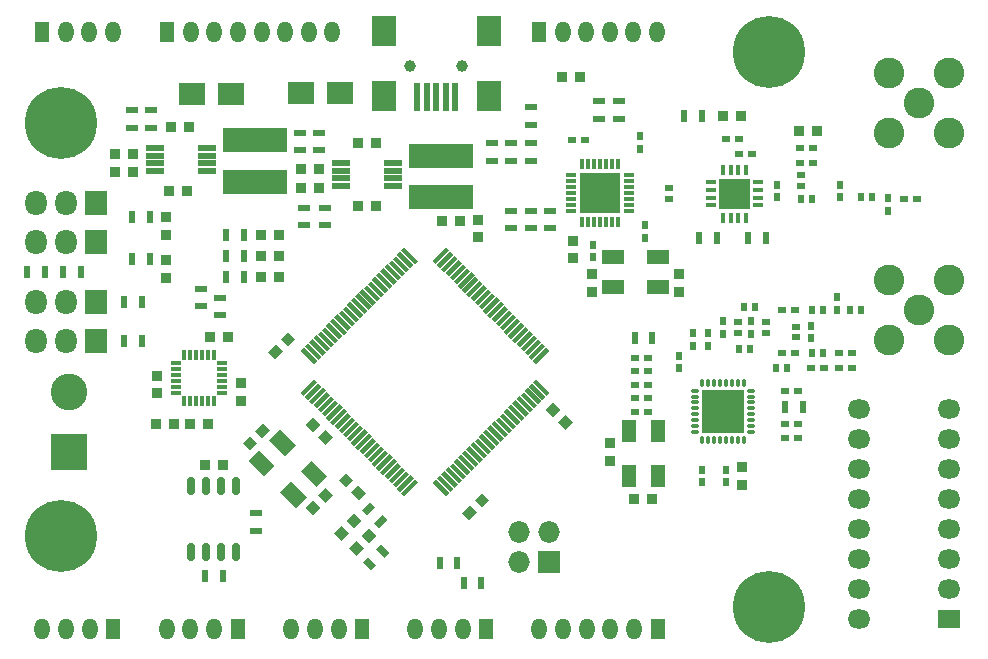
<source format=gts>
G04 #@! TF.FileFunction,Soldermask,Top*
%FSLAX46Y46*%
G04 Gerber Fmt 4.6, Leading zero omitted, Abs format (unit mm)*
G04 Created by KiCad (PCBNEW (2015-09-15 BZR 6201)-product) date tor 18 feb 2016 10:56:40*
%MOMM*%
G01*
G04 APERTURE LIST*
%ADD10C,0.100000*%
%ADD11O,0.351600X0.801600*%
%ADD12O,0.801600X0.351600*%
%ADD13R,1.826600X1.826600*%
%ADD14O,0.951600X0.401600*%
%ADD15O,0.401600X0.951600*%
%ADD16C,6.101600*%
%ADD17R,0.851600X0.901600*%
%ADD18R,0.901600X0.851600*%
%ADD19R,0.701600X0.601600*%
%ADD20R,0.601600X0.701600*%
%ADD21R,2.250440X1.902460*%
%ADD22R,0.899160X0.899160*%
%ADD23R,0.701600X0.501600*%
%ADD24R,0.501600X0.701600*%
%ADD25R,0.601600X1.001600*%
%ADD26R,5.397500X2.100580*%
%ADD27R,1.300480X1.800860*%
%ADD28O,1.300480X1.800860*%
%ADD29R,0.601980X2.402840*%
%ADD30R,2.100580X2.600960*%
%ADD31C,1.000760*%
%ADD32R,1.828800X2.133600*%
%ADD33O,1.828800X2.133600*%
%ADD34R,1.828800X1.828800*%
%ADD35O,1.828800X1.828800*%
%ADD36R,1.001600X0.601600*%
%ADD37R,1.925600X1.625600*%
%ADD38O,1.925600X1.625600*%
%ADD39R,1.776600X1.776600*%
%ADD40R,0.901600X0.451600*%
%ADD41R,0.451600X0.901600*%
%ADD42R,1.351600X1.351600*%
%ADD43R,1.551600X0.551600*%
%ADD44O,0.711200X1.574800*%
%ADD45R,3.101340X3.101340*%
%ADD46C,3.101340*%
%ADD47R,1.902460X1.300480*%
%ADD48R,1.300480X1.902460*%
%ADD49C,2.601600*%
G04 APERTURE END LIST*
D10*
D11*
X160838000Y-108813000D03*
X161338000Y-108813000D03*
X161838000Y-108813000D03*
X162338000Y-108813000D03*
X162838000Y-108813000D03*
X163338000Y-108813000D03*
X163838000Y-108813000D03*
X164338000Y-108813000D03*
D12*
X164988000Y-108163000D03*
X164988000Y-107663000D03*
X164988000Y-107163000D03*
X164988000Y-106663000D03*
X164988000Y-106163000D03*
X164988000Y-105663000D03*
X164988000Y-105163000D03*
X164988000Y-104663000D03*
D11*
X164338000Y-104013000D03*
X163838000Y-104013000D03*
X163338000Y-104013000D03*
X162838000Y-104013000D03*
X162338000Y-104013000D03*
X161838000Y-104013000D03*
X161338000Y-104013000D03*
X160838000Y-104013000D03*
D12*
X160188000Y-104663000D03*
X160188000Y-105163000D03*
X160188000Y-105663000D03*
X160188000Y-106163000D03*
X160188000Y-106663000D03*
X160188000Y-107163000D03*
X160188000Y-107663000D03*
X160188000Y-108163000D03*
D13*
X163450500Y-105550500D03*
X161725500Y-105550500D03*
X163450500Y-107275500D03*
X161725500Y-107275500D03*
D14*
X116252000Y-102331000D03*
X116252000Y-102831000D03*
X116252000Y-103331000D03*
X116252000Y-103831000D03*
X116252000Y-104331000D03*
X116252000Y-104831000D03*
D15*
X116952000Y-105531000D03*
X117452000Y-105531000D03*
X117952000Y-105531000D03*
X118452000Y-105531000D03*
X118952000Y-105531000D03*
X119452000Y-105531000D03*
D14*
X120152000Y-104831000D03*
X120152000Y-104331000D03*
X120152000Y-103831000D03*
X120152000Y-103331000D03*
X120152000Y-102831000D03*
X120152000Y-102331000D03*
D15*
X119452000Y-101631000D03*
X118952000Y-101631000D03*
X118452000Y-101631000D03*
X117952000Y-101631000D03*
X117452000Y-101631000D03*
X116952000Y-101631000D03*
D16*
X166500000Y-76000000D03*
X106500000Y-82000000D03*
X106500000Y-117000000D03*
D10*
G36*
X122514992Y-109735180D02*
X121912820Y-109133008D01*
X122550348Y-108495480D01*
X123152520Y-109097652D01*
X122514992Y-109735180D01*
X122514992Y-109735180D01*
G37*
G36*
X123575652Y-108674520D02*
X122973480Y-108072348D01*
X123611008Y-107434820D01*
X124213180Y-108036992D01*
X123575652Y-108674520D01*
X123575652Y-108674520D01*
G37*
G36*
X149867180Y-107355008D02*
X149265008Y-107957180D01*
X148627480Y-107319652D01*
X149229652Y-106717480D01*
X149867180Y-107355008D01*
X149867180Y-107355008D01*
G37*
G36*
X148806520Y-106294348D02*
X148204348Y-106896520D01*
X147566820Y-106258992D01*
X148168992Y-105656820D01*
X148806520Y-106294348D01*
X148806520Y-106294348D01*
G37*
D17*
X141859000Y-90182000D03*
X141859000Y-91682000D03*
D10*
G36*
X128922678Y-112895820D02*
X129524850Y-113497992D01*
X128887322Y-114135520D01*
X128285150Y-113533348D01*
X128922678Y-112895820D01*
X128922678Y-112895820D01*
G37*
G36*
X127862018Y-113956480D02*
X128464190Y-114558652D01*
X127826662Y-115196180D01*
X127224490Y-114594008D01*
X127862018Y-113956480D01*
X127862018Y-113956480D01*
G37*
D18*
X150471000Y-78105000D03*
X148971000Y-78105000D03*
D10*
G36*
X131358008Y-115054820D02*
X131960180Y-115656992D01*
X131322652Y-116294520D01*
X130720480Y-115692348D01*
X131358008Y-115054820D01*
X131358008Y-115054820D01*
G37*
G36*
X130297348Y-116115480D02*
X130899520Y-116717652D01*
X130261992Y-117355180D01*
X129659820Y-116753008D01*
X130297348Y-116115480D01*
X130297348Y-116115480D01*
G37*
G36*
X131531992Y-118625180D02*
X130929820Y-118023008D01*
X131567348Y-117385480D01*
X132169520Y-117987652D01*
X131531992Y-118625180D01*
X131531992Y-118625180D01*
G37*
G36*
X132592652Y-117564520D02*
X131990480Y-116962348D01*
X132628008Y-116324820D01*
X133230180Y-116926992D01*
X132592652Y-117564520D01*
X132592652Y-117564520D01*
G37*
G36*
X132341180Y-113324008D02*
X131739008Y-113926180D01*
X131101480Y-113288652D01*
X131703652Y-112686480D01*
X132341180Y-113324008D01*
X132341180Y-113324008D01*
G37*
G36*
X131280520Y-112263348D02*
X130678348Y-112865520D01*
X130040820Y-112227992D01*
X130642992Y-111625820D01*
X131280520Y-112263348D01*
X131280520Y-112263348D01*
G37*
G36*
X129547180Y-108625008D02*
X128945008Y-109227180D01*
X128307480Y-108589652D01*
X128909652Y-107987480D01*
X129547180Y-108625008D01*
X129547180Y-108625008D01*
G37*
G36*
X128486520Y-107564348D02*
X127884348Y-108166520D01*
X127246820Y-107528992D01*
X127848992Y-106926820D01*
X128486520Y-107564348D01*
X128486520Y-107564348D01*
G37*
G36*
X125770008Y-99687820D02*
X126372180Y-100289992D01*
X125734652Y-100927520D01*
X125132480Y-100325348D01*
X125770008Y-99687820D01*
X125770008Y-99687820D01*
G37*
G36*
X124709348Y-100748480D02*
X125311520Y-101350652D01*
X124673992Y-101988180D01*
X124071820Y-101386008D01*
X124709348Y-100748480D01*
X124709348Y-100748480D01*
G37*
D18*
X140323000Y-90297000D03*
X138823000Y-90297000D03*
D10*
G36*
X141079322Y-115599510D02*
X140477150Y-114997338D01*
X141114678Y-114359810D01*
X141716850Y-114961982D01*
X141079322Y-115599510D01*
X141079322Y-115599510D01*
G37*
G36*
X142139982Y-114538850D02*
X141537810Y-113936678D01*
X142175338Y-113299150D01*
X142777510Y-113901322D01*
X142139982Y-114538850D01*
X142139982Y-114538850D01*
G37*
D19*
X149754500Y-83439000D03*
X150854500Y-83439000D03*
D20*
X151574500Y-93387000D03*
X151574500Y-92287000D03*
X155956000Y-91736000D03*
X155956000Y-90636000D03*
D17*
X151511000Y-96317500D03*
X151511000Y-94817500D03*
D20*
X155511500Y-83079500D03*
X155511500Y-84179500D03*
D17*
X158877000Y-94817500D03*
X158877000Y-96317500D03*
X149860000Y-93460000D03*
X149860000Y-91960000D03*
D18*
X170549000Y-82677000D03*
X169049000Y-82677000D03*
D19*
X170222000Y-84074000D03*
X169122000Y-84074000D03*
X170222000Y-85344000D03*
X169122000Y-85344000D03*
D20*
X167132000Y-87207000D03*
X167132000Y-88307000D03*
X172466000Y-87207000D03*
X172466000Y-88307000D03*
D19*
X177885000Y-88392000D03*
X178985000Y-88392000D03*
D20*
X176530000Y-89450000D03*
X176530000Y-88350000D03*
X160782000Y-111337000D03*
X160782000Y-112437000D03*
X162814000Y-111337000D03*
X162814000Y-112437000D03*
D17*
X164211000Y-112637000D03*
X164211000Y-111137000D03*
X153035000Y-110605000D03*
X153035000Y-109105000D03*
D18*
X155079000Y-113792000D03*
X156579000Y-113792000D03*
D19*
X155152000Y-106426000D03*
X156252000Y-106426000D03*
X167852000Y-108648500D03*
X168952000Y-108648500D03*
X155152000Y-104140000D03*
X156252000Y-104140000D03*
X167852000Y-107442000D03*
X168952000Y-107442000D03*
X156252000Y-105283000D03*
X155152000Y-105283000D03*
X167852000Y-104648000D03*
X168952000Y-104648000D03*
X156252000Y-101854000D03*
X155152000Y-101854000D03*
X156252000Y-102997000D03*
X155152000Y-102997000D03*
D20*
X158877000Y-102785000D03*
X158877000Y-101685000D03*
X160020000Y-100880000D03*
X160020000Y-99780000D03*
D19*
X172424000Y-101473000D03*
X173524000Y-101473000D03*
D20*
X161290000Y-100880000D03*
X161290000Y-99780000D03*
D19*
X168698000Y-101473000D03*
X167598000Y-101473000D03*
X170011000Y-102743000D03*
X171111000Y-102743000D03*
X172424000Y-102743000D03*
X173524000Y-102743000D03*
D20*
X170053000Y-99145000D03*
X170053000Y-100245000D03*
X164973000Y-98764000D03*
X164973000Y-99864000D03*
X162560000Y-98764000D03*
X162560000Y-99864000D03*
D19*
X167598000Y-97790000D03*
X168698000Y-97790000D03*
D20*
X172212000Y-97832000D03*
X172212000Y-96732000D03*
D18*
X112637000Y-86106000D03*
X111137000Y-86106000D03*
X112637000Y-84582000D03*
X111137000Y-84582000D03*
X115709000Y-87757000D03*
X117209000Y-87757000D03*
X117336000Y-82296000D03*
X115836000Y-82296000D03*
D21*
X117627400Y-79502000D03*
X120878600Y-79502000D03*
D18*
X128385000Y-87503000D03*
X126885000Y-87503000D03*
X128385000Y-85852000D03*
X126885000Y-85852000D03*
X131711000Y-89027000D03*
X133211000Y-89027000D03*
X133211000Y-83693000D03*
X131711000Y-83693000D03*
D17*
X115443000Y-93611000D03*
X115443000Y-95111000D03*
X115443000Y-89940000D03*
X115443000Y-91440000D03*
D18*
X118735911Y-110940552D03*
X120235911Y-110940552D03*
X118987000Y-107442000D03*
X117487000Y-107442000D03*
X119138000Y-100076000D03*
X120638000Y-100076000D03*
D17*
X114681000Y-104890000D03*
X114681000Y-103390000D03*
D18*
X114566000Y-107442000D03*
X116066000Y-107442000D03*
D17*
X121793000Y-104025000D03*
X121793000Y-105525000D03*
D21*
X126874400Y-79500000D03*
X130125600Y-79500000D03*
D22*
X124942600Y-93281500D03*
X123444000Y-93281500D03*
X124968000Y-95059500D03*
X123469400Y-95059500D03*
D10*
G36*
X132811761Y-119864477D02*
X132103523Y-119156239D01*
X132528919Y-118730843D01*
X133237157Y-119439081D01*
X132811761Y-119864477D01*
X132811761Y-119864477D01*
G37*
G36*
X133872421Y-118803817D02*
X133164183Y-118095579D01*
X133589579Y-117670183D01*
X134297817Y-118378421D01*
X133872421Y-118803817D01*
X133872421Y-118803817D01*
G37*
D23*
X169164000Y-87318000D03*
X169164000Y-86418000D03*
D24*
X169222000Y-88392000D03*
X170122000Y-88392000D03*
X174302000Y-88265000D03*
X175202000Y-88265000D03*
X167063000Y-102743000D03*
X167963000Y-102743000D03*
X163946000Y-101092000D03*
X164846000Y-101092000D03*
D23*
X168783000Y-99245000D03*
X168783000Y-100145000D03*
D25*
X156591000Y-100203000D03*
X155091000Y-100203000D03*
D23*
X163830000Y-98864000D03*
X163830000Y-99764000D03*
X166243000Y-98864000D03*
X166243000Y-99764000D03*
D24*
X171011000Y-97790000D03*
X170111000Y-97790000D03*
X164396000Y-97536000D03*
X165296000Y-97536000D03*
X174249500Y-97790000D03*
X173349500Y-97790000D03*
D26*
X122936000Y-83469480D03*
X122936000Y-86964520D03*
D23*
X157988000Y-87492000D03*
X157988000Y-88392000D03*
D26*
X138684000Y-84752480D03*
X138684000Y-88247520D03*
D27*
X104932480Y-74295000D03*
D28*
X108935520Y-74295000D03*
X106934000Y-74295000D03*
X110934500Y-74295000D03*
D29*
X139900300Y-79776320D03*
X139100200Y-79776320D03*
X138300100Y-79776320D03*
X137500000Y-79776320D03*
X136699900Y-79776320D03*
D30*
X142750180Y-79677260D03*
X142750180Y-74178160D03*
X133850020Y-79677260D03*
X133850020Y-74178160D03*
D31*
X140499740Y-77177900D03*
X136100460Y-77177900D03*
D27*
X142527020Y-124841000D03*
D28*
X138523980Y-124841000D03*
X140525500Y-124841000D03*
X136525000Y-124841000D03*
D27*
X132034280Y-124841000D03*
D28*
X128031240Y-124841000D03*
X130032760Y-124841000D03*
X126032260Y-124841000D03*
X127508000Y-74295000D03*
X125509020Y-74295000D03*
X123507500Y-74295000D03*
D27*
X115501420Y-74295000D03*
D28*
X119504460Y-74295000D03*
X117502940Y-74295000D03*
X121503440Y-74295000D03*
X129506980Y-74295000D03*
D27*
X146994940Y-74295000D03*
D28*
X150997980Y-74295000D03*
X148996460Y-74295000D03*
X152996960Y-74295000D03*
X154998480Y-74295000D03*
X157000000Y-74295000D03*
D27*
X157038040Y-124841000D03*
D28*
X153035000Y-124841000D03*
X155036520Y-124841000D03*
X151036020Y-124841000D03*
X149034500Y-124841000D03*
X147032980Y-124841000D03*
D27*
X121493280Y-124841000D03*
D28*
X117490240Y-124841000D03*
X119491760Y-124841000D03*
X115491260Y-124841000D03*
D27*
X110952280Y-124841000D03*
D28*
X106949240Y-124841000D03*
X108950760Y-124841000D03*
X104950260Y-124841000D03*
D32*
X109474000Y-100457000D03*
D33*
X106934000Y-100457000D03*
X104394000Y-100457000D03*
D32*
X109474000Y-97155000D03*
D33*
X106934000Y-97155000D03*
X104394000Y-97155000D03*
D32*
X109474000Y-92075000D03*
D33*
X106934000Y-92075000D03*
X104394000Y-92075000D03*
D32*
X109474000Y-88773000D03*
D33*
X106934000Y-88773000D03*
X104394000Y-88773000D03*
D34*
X147828000Y-119189500D03*
D35*
X145288000Y-119189500D03*
X147828000Y-116649500D03*
X145288000Y-116649500D03*
D25*
X122023000Y-93281500D03*
X120523000Y-93281500D03*
X122023000Y-95059500D03*
X120523000Y-95059500D03*
D10*
G36*
X134193147Y-115577909D02*
X133484909Y-116286147D01*
X133059513Y-115860751D01*
X133767751Y-115152513D01*
X134193147Y-115577909D01*
X134193147Y-115577909D01*
G37*
G36*
X133132487Y-114517249D02*
X132424249Y-115225487D01*
X131998853Y-114800091D01*
X132707091Y-114091853D01*
X133132487Y-114517249D01*
X133132487Y-114517249D01*
G37*
D36*
X152082500Y-80149000D03*
X152082500Y-81649000D03*
X153733500Y-81649000D03*
X153733500Y-80149000D03*
D25*
X162040000Y-91694000D03*
X160540000Y-91694000D03*
D36*
X144653000Y-89420000D03*
X144653000Y-90920000D03*
D25*
X164731000Y-91694000D03*
X166231000Y-91694000D03*
D36*
X146304000Y-89420000D03*
X146304000Y-90920000D03*
X147955000Y-89420000D03*
X147955000Y-90920000D03*
D25*
X167842500Y-106045000D03*
X169342500Y-106045000D03*
D24*
X170111000Y-101473000D03*
X171011000Y-101473000D03*
D36*
X112522000Y-82411000D03*
X112522000Y-80911000D03*
X114173000Y-80911000D03*
X114173000Y-82411000D03*
D25*
X105156000Y-94615000D03*
X103656000Y-94615000D03*
X108192000Y-94615000D03*
X106692000Y-94615000D03*
X112534000Y-93472000D03*
X114034000Y-93472000D03*
X112534000Y-89916000D03*
X114034000Y-89916000D03*
X120235911Y-120338552D03*
X118735911Y-120338552D03*
D36*
X123041911Y-116516552D03*
X123041911Y-115016552D03*
X146304000Y-85189000D03*
X146304000Y-83689000D03*
X144653000Y-85177000D03*
X144653000Y-83677000D03*
X143002000Y-85177000D03*
X143002000Y-83677000D03*
D25*
X140081000Y-119253000D03*
X138581000Y-119253000D03*
X142113000Y-120904000D03*
X140613000Y-120904000D03*
D36*
X118364000Y-97524000D03*
X118364000Y-96024000D03*
X120015000Y-98286000D03*
X120015000Y-96786000D03*
X127127000Y-89166000D03*
X127127000Y-90666000D03*
X128905000Y-89166000D03*
X128905000Y-90666000D03*
X128397000Y-84316000D03*
X128397000Y-82816000D03*
X126746000Y-82816000D03*
X126746000Y-84316000D03*
D37*
X181737000Y-123952000D03*
D38*
X174117000Y-123952000D03*
X181737000Y-121412000D03*
X174117000Y-121412000D03*
X181737000Y-118872000D03*
X174117000Y-118872000D03*
X181737000Y-116332000D03*
X174117000Y-116332000D03*
X181737000Y-113792000D03*
X174117000Y-113792000D03*
X181737000Y-111252000D03*
X174117000Y-111252000D03*
X181737000Y-108712000D03*
X174117000Y-108712000D03*
X181737000Y-106172000D03*
X174117000Y-106172000D03*
D10*
G36*
X127111077Y-105088187D02*
X126841245Y-104818355D01*
X127973747Y-103685853D01*
X128243579Y-103955685D01*
X127111077Y-105088187D01*
X127111077Y-105088187D01*
G37*
G36*
X127464630Y-105441740D02*
X127194798Y-105171908D01*
X128327300Y-104039406D01*
X128597132Y-104309238D01*
X127464630Y-105441740D01*
X127464630Y-105441740D01*
G37*
G36*
X127818184Y-105795294D02*
X127548352Y-105525462D01*
X128680854Y-104392960D01*
X128950686Y-104662792D01*
X127818184Y-105795294D01*
X127818184Y-105795294D01*
G37*
G36*
X128171737Y-106148847D02*
X127901905Y-105879015D01*
X129034407Y-104746513D01*
X129304239Y-105016345D01*
X128171737Y-106148847D01*
X128171737Y-106148847D01*
G37*
G36*
X128525290Y-106502400D02*
X128255458Y-106232568D01*
X129387960Y-105100066D01*
X129657792Y-105369898D01*
X128525290Y-106502400D01*
X128525290Y-106502400D01*
G37*
G36*
X128878844Y-106855954D02*
X128609012Y-106586122D01*
X129741514Y-105453620D01*
X130011346Y-105723452D01*
X128878844Y-106855954D01*
X128878844Y-106855954D01*
G37*
G36*
X129232397Y-107209507D02*
X128962565Y-106939675D01*
X130095067Y-105807173D01*
X130364899Y-106077005D01*
X129232397Y-107209507D01*
X129232397Y-107209507D01*
G37*
G36*
X129585950Y-107563061D02*
X129316118Y-107293229D01*
X130448620Y-106160727D01*
X130718452Y-106430559D01*
X129585950Y-107563061D01*
X129585950Y-107563061D01*
G37*
G36*
X129939504Y-107916614D02*
X129669672Y-107646782D01*
X130802174Y-106514280D01*
X131072006Y-106784112D01*
X129939504Y-107916614D01*
X129939504Y-107916614D01*
G37*
G36*
X130293057Y-108270167D02*
X130023225Y-108000335D01*
X131155727Y-106867833D01*
X131425559Y-107137665D01*
X130293057Y-108270167D01*
X130293057Y-108270167D01*
G37*
G36*
X130646611Y-108623721D02*
X130376779Y-108353889D01*
X131509281Y-107221387D01*
X131779113Y-107491219D01*
X130646611Y-108623721D01*
X130646611Y-108623721D01*
G37*
G36*
X131000164Y-108977274D02*
X130730332Y-108707442D01*
X131862834Y-107574940D01*
X132132666Y-107844772D01*
X131000164Y-108977274D01*
X131000164Y-108977274D01*
G37*
G36*
X131353717Y-109330828D02*
X131083885Y-109060996D01*
X132216387Y-107928494D01*
X132486219Y-108198326D01*
X131353717Y-109330828D01*
X131353717Y-109330828D01*
G37*
G36*
X131707271Y-109684381D02*
X131437439Y-109414549D01*
X132569941Y-108282047D01*
X132839773Y-108551879D01*
X131707271Y-109684381D01*
X131707271Y-109684381D01*
G37*
G36*
X132060824Y-110037934D02*
X131790992Y-109768102D01*
X132923494Y-108635600D01*
X133193326Y-108905432D01*
X132060824Y-110037934D01*
X132060824Y-110037934D01*
G37*
G36*
X132414378Y-110391488D02*
X132144546Y-110121656D01*
X133277048Y-108989154D01*
X133546880Y-109258986D01*
X132414378Y-110391488D01*
X132414378Y-110391488D01*
G37*
G36*
X132767931Y-110745041D02*
X132498099Y-110475209D01*
X133630601Y-109342707D01*
X133900433Y-109612539D01*
X132767931Y-110745041D01*
X132767931Y-110745041D01*
G37*
G36*
X133121484Y-111098595D02*
X132851652Y-110828763D01*
X133984154Y-109696261D01*
X134253986Y-109966093D01*
X133121484Y-111098595D01*
X133121484Y-111098595D01*
G37*
G36*
X133475038Y-111452148D02*
X133205206Y-111182316D01*
X134337708Y-110049814D01*
X134607540Y-110319646D01*
X133475038Y-111452148D01*
X133475038Y-111452148D01*
G37*
G36*
X133828591Y-111805701D02*
X133558759Y-111535869D01*
X134691261Y-110403367D01*
X134961093Y-110673199D01*
X133828591Y-111805701D01*
X133828591Y-111805701D01*
G37*
G36*
X134182145Y-112159255D02*
X133912313Y-111889423D01*
X135044815Y-110756921D01*
X135314647Y-111026753D01*
X134182145Y-112159255D01*
X134182145Y-112159255D01*
G37*
G36*
X134535698Y-112512808D02*
X134265866Y-112242976D01*
X135398368Y-111110474D01*
X135668200Y-111380306D01*
X134535698Y-112512808D01*
X134535698Y-112512808D01*
G37*
G36*
X134889251Y-112866361D02*
X134619419Y-112596529D01*
X135751921Y-111464027D01*
X136021753Y-111733859D01*
X134889251Y-112866361D01*
X134889251Y-112866361D01*
G37*
G36*
X135242805Y-113219915D02*
X134972973Y-112950083D01*
X136105475Y-111817581D01*
X136375307Y-112087413D01*
X135242805Y-113219915D01*
X135242805Y-113219915D01*
G37*
G36*
X135596358Y-113573468D02*
X135326526Y-113303636D01*
X136459028Y-112171134D01*
X136728860Y-112440966D01*
X135596358Y-113573468D01*
X135596358Y-113573468D01*
G37*
G36*
X139415866Y-113303636D02*
X139146034Y-113573468D01*
X138013532Y-112440966D01*
X138283364Y-112171134D01*
X139415866Y-113303636D01*
X139415866Y-113303636D01*
G37*
G36*
X139769419Y-112950083D02*
X139499587Y-113219915D01*
X138367085Y-112087413D01*
X138636917Y-111817581D01*
X139769419Y-112950083D01*
X139769419Y-112950083D01*
G37*
G36*
X140122973Y-112596529D02*
X139853141Y-112866361D01*
X138720639Y-111733859D01*
X138990471Y-111464027D01*
X140122973Y-112596529D01*
X140122973Y-112596529D01*
G37*
G36*
X140476526Y-112242976D02*
X140206694Y-112512808D01*
X139074192Y-111380306D01*
X139344024Y-111110474D01*
X140476526Y-112242976D01*
X140476526Y-112242976D01*
G37*
G36*
X140830079Y-111889423D02*
X140560247Y-112159255D01*
X139427745Y-111026753D01*
X139697577Y-110756921D01*
X140830079Y-111889423D01*
X140830079Y-111889423D01*
G37*
G36*
X141183633Y-111535869D02*
X140913801Y-111805701D01*
X139781299Y-110673199D01*
X140051131Y-110403367D01*
X141183633Y-111535869D01*
X141183633Y-111535869D01*
G37*
G36*
X141537186Y-111182316D02*
X141267354Y-111452148D01*
X140134852Y-110319646D01*
X140404684Y-110049814D01*
X141537186Y-111182316D01*
X141537186Y-111182316D01*
G37*
G36*
X141890740Y-110828763D02*
X141620908Y-111098595D01*
X140488406Y-109966093D01*
X140758238Y-109696261D01*
X141890740Y-110828763D01*
X141890740Y-110828763D01*
G37*
G36*
X142244293Y-110475209D02*
X141974461Y-110745041D01*
X140841959Y-109612539D01*
X141111791Y-109342707D01*
X142244293Y-110475209D01*
X142244293Y-110475209D01*
G37*
G36*
X142597846Y-110121656D02*
X142328014Y-110391488D01*
X141195512Y-109258986D01*
X141465344Y-108989154D01*
X142597846Y-110121656D01*
X142597846Y-110121656D01*
G37*
G36*
X142951400Y-109768102D02*
X142681568Y-110037934D01*
X141549066Y-108905432D01*
X141818898Y-108635600D01*
X142951400Y-109768102D01*
X142951400Y-109768102D01*
G37*
G36*
X143304953Y-109414549D02*
X143035121Y-109684381D01*
X141902619Y-108551879D01*
X142172451Y-108282047D01*
X143304953Y-109414549D01*
X143304953Y-109414549D01*
G37*
G36*
X143658507Y-109060996D02*
X143388675Y-109330828D01*
X142256173Y-108198326D01*
X142526005Y-107928494D01*
X143658507Y-109060996D01*
X143658507Y-109060996D01*
G37*
G36*
X144012060Y-108707442D02*
X143742228Y-108977274D01*
X142609726Y-107844772D01*
X142879558Y-107574940D01*
X144012060Y-108707442D01*
X144012060Y-108707442D01*
G37*
G36*
X144365613Y-108353889D02*
X144095781Y-108623721D01*
X142963279Y-107491219D01*
X143233111Y-107221387D01*
X144365613Y-108353889D01*
X144365613Y-108353889D01*
G37*
G36*
X144719167Y-108000335D02*
X144449335Y-108270167D01*
X143316833Y-107137665D01*
X143586665Y-106867833D01*
X144719167Y-108000335D01*
X144719167Y-108000335D01*
G37*
G36*
X145072720Y-107646782D02*
X144802888Y-107916614D01*
X143670386Y-106784112D01*
X143940218Y-106514280D01*
X145072720Y-107646782D01*
X145072720Y-107646782D01*
G37*
G36*
X145426274Y-107293229D02*
X145156442Y-107563061D01*
X144023940Y-106430559D01*
X144293772Y-106160727D01*
X145426274Y-107293229D01*
X145426274Y-107293229D01*
G37*
G36*
X145779827Y-106939675D02*
X145509995Y-107209507D01*
X144377493Y-106077005D01*
X144647325Y-105807173D01*
X145779827Y-106939675D01*
X145779827Y-106939675D01*
G37*
G36*
X146133380Y-106586122D02*
X145863548Y-106855954D01*
X144731046Y-105723452D01*
X145000878Y-105453620D01*
X146133380Y-106586122D01*
X146133380Y-106586122D01*
G37*
G36*
X146486934Y-106232568D02*
X146217102Y-106502400D01*
X145084600Y-105369898D01*
X145354432Y-105100066D01*
X146486934Y-106232568D01*
X146486934Y-106232568D01*
G37*
G36*
X146840487Y-105879015D02*
X146570655Y-106148847D01*
X145438153Y-105016345D01*
X145707985Y-104746513D01*
X146840487Y-105879015D01*
X146840487Y-105879015D01*
G37*
G36*
X147194040Y-105525462D02*
X146924208Y-105795294D01*
X145791706Y-104662792D01*
X146061538Y-104392960D01*
X147194040Y-105525462D01*
X147194040Y-105525462D01*
G37*
G36*
X147547594Y-105171908D02*
X147277762Y-105441740D01*
X146145260Y-104309238D01*
X146415092Y-104039406D01*
X147547594Y-105171908D01*
X147547594Y-105171908D01*
G37*
G36*
X147901147Y-104818355D02*
X147631315Y-105088187D01*
X146498813Y-103955685D01*
X146768645Y-103685853D01*
X147901147Y-104818355D01*
X147901147Y-104818355D01*
G37*
G36*
X146768645Y-102401181D02*
X146498813Y-102131349D01*
X147631315Y-100998847D01*
X147901147Y-101268679D01*
X146768645Y-102401181D01*
X146768645Y-102401181D01*
G37*
G36*
X146415092Y-102047628D02*
X146145260Y-101777796D01*
X147277762Y-100645294D01*
X147547594Y-100915126D01*
X146415092Y-102047628D01*
X146415092Y-102047628D01*
G37*
G36*
X146061538Y-101694074D02*
X145791706Y-101424242D01*
X146924208Y-100291740D01*
X147194040Y-100561572D01*
X146061538Y-101694074D01*
X146061538Y-101694074D01*
G37*
G36*
X145707985Y-101340521D02*
X145438153Y-101070689D01*
X146570655Y-99938187D01*
X146840487Y-100208019D01*
X145707985Y-101340521D01*
X145707985Y-101340521D01*
G37*
G36*
X145354432Y-100986968D02*
X145084600Y-100717136D01*
X146217102Y-99584634D01*
X146486934Y-99854466D01*
X145354432Y-100986968D01*
X145354432Y-100986968D01*
G37*
G36*
X145000878Y-100633414D02*
X144731046Y-100363582D01*
X145863548Y-99231080D01*
X146133380Y-99500912D01*
X145000878Y-100633414D01*
X145000878Y-100633414D01*
G37*
G36*
X144647325Y-100279861D02*
X144377493Y-100010029D01*
X145509995Y-98877527D01*
X145779827Y-99147359D01*
X144647325Y-100279861D01*
X144647325Y-100279861D01*
G37*
G36*
X144293772Y-99926307D02*
X144023940Y-99656475D01*
X145156442Y-98523973D01*
X145426274Y-98793805D01*
X144293772Y-99926307D01*
X144293772Y-99926307D01*
G37*
G36*
X143940218Y-99572754D02*
X143670386Y-99302922D01*
X144802888Y-98170420D01*
X145072720Y-98440252D01*
X143940218Y-99572754D01*
X143940218Y-99572754D01*
G37*
G36*
X143586665Y-99219201D02*
X143316833Y-98949369D01*
X144449335Y-97816867D01*
X144719167Y-98086699D01*
X143586665Y-99219201D01*
X143586665Y-99219201D01*
G37*
G36*
X143233111Y-98865647D02*
X142963279Y-98595815D01*
X144095781Y-97463313D01*
X144365613Y-97733145D01*
X143233111Y-98865647D01*
X143233111Y-98865647D01*
G37*
G36*
X142879558Y-98512094D02*
X142609726Y-98242262D01*
X143742228Y-97109760D01*
X144012060Y-97379592D01*
X142879558Y-98512094D01*
X142879558Y-98512094D01*
G37*
G36*
X142526005Y-98158540D02*
X142256173Y-97888708D01*
X143388675Y-96756206D01*
X143658507Y-97026038D01*
X142526005Y-98158540D01*
X142526005Y-98158540D01*
G37*
G36*
X142172451Y-97804987D02*
X141902619Y-97535155D01*
X143035121Y-96402653D01*
X143304953Y-96672485D01*
X142172451Y-97804987D01*
X142172451Y-97804987D01*
G37*
G36*
X141818898Y-97451434D02*
X141549066Y-97181602D01*
X142681568Y-96049100D01*
X142951400Y-96318932D01*
X141818898Y-97451434D01*
X141818898Y-97451434D01*
G37*
G36*
X141465344Y-97097880D02*
X141195512Y-96828048D01*
X142328014Y-95695546D01*
X142597846Y-95965378D01*
X141465344Y-97097880D01*
X141465344Y-97097880D01*
G37*
G36*
X141111791Y-96744327D02*
X140841959Y-96474495D01*
X141974461Y-95341993D01*
X142244293Y-95611825D01*
X141111791Y-96744327D01*
X141111791Y-96744327D01*
G37*
G36*
X140758238Y-96390773D02*
X140488406Y-96120941D01*
X141620908Y-94988439D01*
X141890740Y-95258271D01*
X140758238Y-96390773D01*
X140758238Y-96390773D01*
G37*
G36*
X140404684Y-96037220D02*
X140134852Y-95767388D01*
X141267354Y-94634886D01*
X141537186Y-94904718D01*
X140404684Y-96037220D01*
X140404684Y-96037220D01*
G37*
G36*
X140051131Y-95683667D02*
X139781299Y-95413835D01*
X140913801Y-94281333D01*
X141183633Y-94551165D01*
X140051131Y-95683667D01*
X140051131Y-95683667D01*
G37*
G36*
X139697577Y-95330113D02*
X139427745Y-95060281D01*
X140560247Y-93927779D01*
X140830079Y-94197611D01*
X139697577Y-95330113D01*
X139697577Y-95330113D01*
G37*
G36*
X139344024Y-94976560D02*
X139074192Y-94706728D01*
X140206694Y-93574226D01*
X140476526Y-93844058D01*
X139344024Y-94976560D01*
X139344024Y-94976560D01*
G37*
G36*
X138990471Y-94623007D02*
X138720639Y-94353175D01*
X139853141Y-93220673D01*
X140122973Y-93490505D01*
X138990471Y-94623007D01*
X138990471Y-94623007D01*
G37*
G36*
X138636917Y-94269453D02*
X138367085Y-93999621D01*
X139499587Y-92867119D01*
X139769419Y-93136951D01*
X138636917Y-94269453D01*
X138636917Y-94269453D01*
G37*
G36*
X138283364Y-93915900D02*
X138013532Y-93646068D01*
X139146034Y-92513566D01*
X139415866Y-92783398D01*
X138283364Y-93915900D01*
X138283364Y-93915900D01*
G37*
G36*
X136728860Y-93646068D02*
X136459028Y-93915900D01*
X135326526Y-92783398D01*
X135596358Y-92513566D01*
X136728860Y-93646068D01*
X136728860Y-93646068D01*
G37*
G36*
X136375307Y-93999621D02*
X136105475Y-94269453D01*
X134972973Y-93136951D01*
X135242805Y-92867119D01*
X136375307Y-93999621D01*
X136375307Y-93999621D01*
G37*
G36*
X136021753Y-94353175D02*
X135751921Y-94623007D01*
X134619419Y-93490505D01*
X134889251Y-93220673D01*
X136021753Y-94353175D01*
X136021753Y-94353175D01*
G37*
G36*
X135668200Y-94706728D02*
X135398368Y-94976560D01*
X134265866Y-93844058D01*
X134535698Y-93574226D01*
X135668200Y-94706728D01*
X135668200Y-94706728D01*
G37*
G36*
X135314647Y-95060281D02*
X135044815Y-95330113D01*
X133912313Y-94197611D01*
X134182145Y-93927779D01*
X135314647Y-95060281D01*
X135314647Y-95060281D01*
G37*
G36*
X134961093Y-95413835D02*
X134691261Y-95683667D01*
X133558759Y-94551165D01*
X133828591Y-94281333D01*
X134961093Y-95413835D01*
X134961093Y-95413835D01*
G37*
G36*
X134607540Y-95767388D02*
X134337708Y-96037220D01*
X133205206Y-94904718D01*
X133475038Y-94634886D01*
X134607540Y-95767388D01*
X134607540Y-95767388D01*
G37*
G36*
X134253986Y-96120941D02*
X133984154Y-96390773D01*
X132851652Y-95258271D01*
X133121484Y-94988439D01*
X134253986Y-96120941D01*
X134253986Y-96120941D01*
G37*
G36*
X133900433Y-96474495D02*
X133630601Y-96744327D01*
X132498099Y-95611825D01*
X132767931Y-95341993D01*
X133900433Y-96474495D01*
X133900433Y-96474495D01*
G37*
G36*
X133546880Y-96828048D02*
X133277048Y-97097880D01*
X132144546Y-95965378D01*
X132414378Y-95695546D01*
X133546880Y-96828048D01*
X133546880Y-96828048D01*
G37*
G36*
X133193326Y-97181602D02*
X132923494Y-97451434D01*
X131790992Y-96318932D01*
X132060824Y-96049100D01*
X133193326Y-97181602D01*
X133193326Y-97181602D01*
G37*
G36*
X132839773Y-97535155D02*
X132569941Y-97804987D01*
X131437439Y-96672485D01*
X131707271Y-96402653D01*
X132839773Y-97535155D01*
X132839773Y-97535155D01*
G37*
G36*
X132486219Y-97888708D02*
X132216387Y-98158540D01*
X131083885Y-97026038D01*
X131353717Y-96756206D01*
X132486219Y-97888708D01*
X132486219Y-97888708D01*
G37*
G36*
X132132666Y-98242262D02*
X131862834Y-98512094D01*
X130730332Y-97379592D01*
X131000164Y-97109760D01*
X132132666Y-98242262D01*
X132132666Y-98242262D01*
G37*
G36*
X131779113Y-98595815D02*
X131509281Y-98865647D01*
X130376779Y-97733145D01*
X130646611Y-97463313D01*
X131779113Y-98595815D01*
X131779113Y-98595815D01*
G37*
G36*
X131425559Y-98949369D02*
X131155727Y-99219201D01*
X130023225Y-98086699D01*
X130293057Y-97816867D01*
X131425559Y-98949369D01*
X131425559Y-98949369D01*
G37*
G36*
X131072006Y-99302922D02*
X130802174Y-99572754D01*
X129669672Y-98440252D01*
X129939504Y-98170420D01*
X131072006Y-99302922D01*
X131072006Y-99302922D01*
G37*
G36*
X130718452Y-99656475D02*
X130448620Y-99926307D01*
X129316118Y-98793805D01*
X129585950Y-98523973D01*
X130718452Y-99656475D01*
X130718452Y-99656475D01*
G37*
G36*
X130364899Y-100010029D02*
X130095067Y-100279861D01*
X128962565Y-99147359D01*
X129232397Y-98877527D01*
X130364899Y-100010029D01*
X130364899Y-100010029D01*
G37*
G36*
X130011346Y-100363582D02*
X129741514Y-100633414D01*
X128609012Y-99500912D01*
X128878844Y-99231080D01*
X130011346Y-100363582D01*
X130011346Y-100363582D01*
G37*
G36*
X129657792Y-100717136D02*
X129387960Y-100986968D01*
X128255458Y-99854466D01*
X128525290Y-99584634D01*
X129657792Y-100717136D01*
X129657792Y-100717136D01*
G37*
G36*
X129304239Y-101070689D02*
X129034407Y-101340521D01*
X127901905Y-100208019D01*
X128171737Y-99938187D01*
X129304239Y-101070689D01*
X129304239Y-101070689D01*
G37*
G36*
X128950686Y-101424242D02*
X128680854Y-101694074D01*
X127548352Y-100561572D01*
X127818184Y-100291740D01*
X128950686Y-101424242D01*
X128950686Y-101424242D01*
G37*
G36*
X128597132Y-101777796D02*
X128327300Y-102047628D01*
X127194798Y-100915126D01*
X127464630Y-100645294D01*
X128597132Y-101777796D01*
X128597132Y-101777796D01*
G37*
G36*
X128243579Y-102131349D02*
X127973747Y-102401181D01*
X126841245Y-101268679D01*
X127111077Y-100998847D01*
X128243579Y-102131349D01*
X128243579Y-102131349D01*
G37*
D14*
X149704000Y-86421000D03*
X149704000Y-86921000D03*
X149704000Y-87421000D03*
X149704000Y-87921000D03*
X149704000Y-88421000D03*
X149704000Y-88921000D03*
X149704000Y-89421000D03*
D15*
X150654000Y-90371000D03*
X151154000Y-90371000D03*
X151654000Y-90371000D03*
X152154000Y-90371000D03*
X152654000Y-90371000D03*
X153154000Y-90371000D03*
X153654000Y-90371000D03*
D14*
X154604000Y-89421000D03*
X154604000Y-88921000D03*
X154604000Y-88421000D03*
X154604000Y-87921000D03*
X154604000Y-87421000D03*
X154604000Y-86921000D03*
X154604000Y-86421000D03*
D15*
X153654000Y-85471000D03*
X153154000Y-85471000D03*
X152654000Y-85471000D03*
X152154000Y-85471000D03*
X151654000Y-85471000D03*
X151154000Y-85471000D03*
X150654000Y-85471000D03*
D39*
X152991500Y-88758500D03*
X152991500Y-87083500D03*
X151316500Y-88758500D03*
X151316500Y-87083500D03*
D40*
X161544000Y-87026000D03*
X161544000Y-87676000D03*
X161544000Y-88326000D03*
X161544000Y-88976000D03*
D41*
X162569000Y-90001000D03*
X163219000Y-90001000D03*
X163869000Y-90001000D03*
X164519000Y-90001000D03*
D40*
X165544000Y-88976000D03*
X165544000Y-88326000D03*
X165544000Y-87676000D03*
X165544000Y-87026000D03*
D41*
X164519000Y-86001000D03*
X163869000Y-86001000D03*
X163219000Y-86001000D03*
X162569000Y-86001000D03*
D42*
X164169000Y-88626000D03*
X164169000Y-87376000D03*
X162919000Y-88626000D03*
X162919000Y-87376000D03*
D43*
X114513000Y-84115000D03*
X114513000Y-84765000D03*
X114513000Y-85415000D03*
X114513000Y-86065000D03*
X118913000Y-86065000D03*
X118913000Y-85415000D03*
X118913000Y-84765000D03*
X118913000Y-84115000D03*
X130261000Y-85385000D03*
X130261000Y-86035000D03*
X130261000Y-86685000D03*
X130261000Y-87335000D03*
X134661000Y-87335000D03*
X134661000Y-86685000D03*
X134661000Y-86035000D03*
X134661000Y-85385000D03*
D44*
X121333769Y-112764952D03*
X120063769Y-112764952D03*
X118793769Y-112764952D03*
X117523769Y-112764952D03*
X117523769Y-118352952D03*
X118793769Y-118352952D03*
X120063769Y-118352952D03*
X121333769Y-118352952D03*
D45*
X107188000Y-109855000D03*
D46*
X107188000Y-104775000D03*
D10*
G36*
X124137801Y-108812064D02*
X125057379Y-107892486D01*
X126402621Y-109237728D01*
X125483043Y-110157306D01*
X124137801Y-108812064D01*
X124137801Y-108812064D01*
G37*
G36*
X122370486Y-110579379D02*
X123290064Y-109659801D01*
X124635306Y-111005043D01*
X123715728Y-111924621D01*
X122370486Y-110579379D01*
X122370486Y-110579379D01*
G37*
G36*
X125057379Y-113266272D02*
X125976957Y-112346694D01*
X127322199Y-113691936D01*
X126402621Y-114611514D01*
X125057379Y-113266272D01*
X125057379Y-113266272D01*
G37*
G36*
X126824694Y-111498957D02*
X127744272Y-110579379D01*
X129089514Y-111924621D01*
X128169936Y-112844199D01*
X126824694Y-111498957D01*
X126824694Y-111498957D01*
G37*
D47*
X153294080Y-93365320D03*
X153294080Y-95864680D03*
X157093920Y-95864680D03*
X157093920Y-93365320D03*
D48*
X154579320Y-111881920D03*
X157078680Y-111881920D03*
X157078680Y-108082080D03*
X154579320Y-108082080D03*
D16*
X166500000Y-123000000D03*
D36*
X146304000Y-82145000D03*
X146304000Y-80645000D03*
D25*
X111899000Y-100457000D03*
X113399000Y-100457000D03*
X111899000Y-97155000D03*
X113399000Y-97155000D03*
D18*
X162572000Y-81407000D03*
X164072000Y-81407000D03*
D19*
X162835500Y-83375500D03*
X163935500Y-83375500D03*
X165015000Y-84645500D03*
X163915000Y-84645500D03*
D25*
X159270000Y-81407000D03*
X160770000Y-81407000D03*
D22*
X124955300Y-91503500D03*
X123456700Y-91503500D03*
D25*
X122035000Y-91503500D03*
X120535000Y-91503500D03*
D49*
X179197000Y-80264000D03*
X176657000Y-77724000D03*
X176657000Y-82804000D03*
X181737000Y-82804000D03*
X181737000Y-77724000D03*
X179197000Y-97790000D03*
X176657000Y-95250000D03*
X176657000Y-100330000D03*
X181737000Y-100330000D03*
X181737000Y-95250000D03*
M02*

</source>
